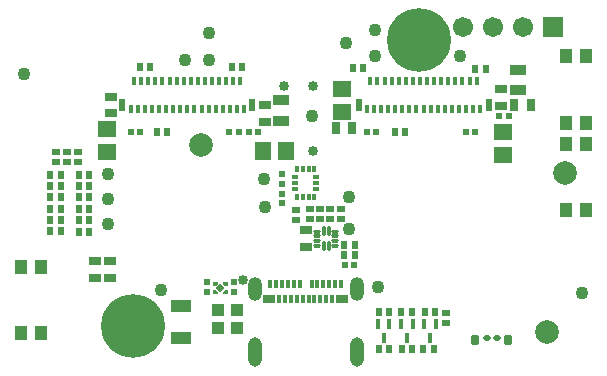
<source format=gts>
G04*
G04 #@! TF.GenerationSoftware,Altium Limited,Altium Designer,22.11.1 (43)*
G04*
G04 Layer_Color=8388736*
%FSLAX44Y44*%
%MOMM*%
G71*
G04*
G04 #@! TF.SameCoordinates,EA2F1550-8411-4DB4-965C-DA60C2665ED4*
G04*
G04*
G04 #@! TF.FilePolarity,Negative*
G04*
G01*
G75*
%ADD22R,0.1500X0.1500*%
%ADD24R,0.1500X0.1500*%
%ADD43R,1.1016X1.3016*%
%ADD44R,0.6516X0.5516*%
%ADD45R,0.5516X0.6516*%
G04:AMPARAMS|DCode=46|XSize=0.65mm|YSize=0.88mm|CornerRadius=0.1875mm|HoleSize=0mm|Usage=FLASHONLY|Rotation=180.000|XOffset=0mm|YOffset=0mm|HoleType=Round|Shape=RoundedRectangle|*
%AMROUNDEDRECTD46*
21,1,0.6500,0.5050,0,0,180.0*
21,1,0.2750,0.8800,0,0,180.0*
1,1,0.3750,-0.1375,0.2525*
1,1,0.3750,0.1375,0.2525*
1,1,0.3750,0.1375,-0.2525*
1,1,0.3750,-0.1375,-0.2525*
%
%ADD46ROUNDEDRECTD46*%
%ADD47R,0.4016X0.8116*%
%ADD48P,0.8202X4X270.0*%
%ADD49R,1.0016X0.8016*%
%ADD50C,0.8516*%
G04:AMPARAMS|DCode=51|XSize=0.65mm|YSize=0.44mm|CornerRadius=0.135mm|HoleSize=0mm|Usage=FLASHONLY|Rotation=180.000|XOffset=0mm|YOffset=0mm|HoleType=Round|Shape=RoundedRectangle|*
%AMROUNDEDRECTD51*
21,1,0.6500,0.1700,0,0,180.0*
21,1,0.3800,0.4400,0,0,180.0*
1,1,0.2700,-0.1900,0.0850*
1,1,0.2700,0.1900,0.0850*
1,1,0.2700,0.1900,-0.0850*
1,1,0.2700,-0.1900,-0.0850*
%
%ADD51ROUNDEDRECTD51*%
%ADD52R,0.5000X1.0500*%
%ADD53R,0.4000X0.7500*%
%ADD54R,0.3516X0.5766*%
%ADD55R,0.5766X0.3516*%
%ADD56R,1.4016X1.6016*%
%ADD57R,1.1000X0.8000*%
%ADD58R,0.4000X0.8000*%
%ADD59R,1.4016X0.9516*%
G04:AMPARAMS|DCode=60|XSize=0.3mm|YSize=0.8mm|CornerRadius=0.1mm|HoleSize=0mm|Usage=FLASHONLY|Rotation=180.000|XOffset=0mm|YOffset=0mm|HoleType=Round|Shape=RoundedRectangle|*
%AMROUNDEDRECTD60*
21,1,0.3000,0.6000,0,0,180.0*
21,1,0.1000,0.8000,0,0,180.0*
1,1,0.2000,-0.0500,0.3000*
1,1,0.2000,0.0500,0.3000*
1,1,0.2000,0.0500,-0.3000*
1,1,0.2000,-0.0500,-0.3000*
%
%ADD60ROUNDEDRECTD60*%
G04:AMPARAMS|DCode=61|XSize=0.3mm|YSize=0.6mm|CornerRadius=0.1mm|HoleSize=0mm|Usage=FLASHONLY|Rotation=270.000|XOffset=0mm|YOffset=0mm|HoleType=Round|Shape=RoundedRectangle|*
%AMROUNDEDRECTD61*
21,1,0.3000,0.4000,0,0,270.0*
21,1,0.1000,0.6000,0,0,270.0*
1,1,0.2000,-0.2000,-0.0500*
1,1,0.2000,-0.2000,0.0500*
1,1,0.2000,0.2000,0.0500*
1,1,0.2000,0.2000,-0.0500*
%
%ADD61ROUNDEDRECTD61*%
%ADD62R,1.8016X1.0516*%
%ADD63R,1.0016X1.1016*%
%ADD64C,1.1016*%
%ADD65C,2.0000*%
%ADD66R,0.6216X0.6216*%
%ADD67R,0.6216X0.6216*%
%ADD68R,1.6016X1.4016*%
%ADD69R,0.8016X1.0016*%
%ADD70C,5.4000*%
%ADD71C,1.7016*%
%ADD72R,1.7016X1.7016*%
%ADD73O,1.2000X2.0000*%
%ADD74O,1.2000X2.5000*%
G36*
X148649Y59598D02*
X148698Y59593D01*
X148770Y59571D01*
X148792Y59564D01*
X148879Y59518D01*
X148917Y59486D01*
X148955Y59455D01*
X148955Y59455D01*
X150755Y57655D01*
X150755Y57655D01*
X150818Y57579D01*
X150864Y57492D01*
X150871Y57470D01*
X150893Y57398D01*
X150902Y57300D01*
Y57000D01*
X150893Y56902D01*
X150864Y56808D01*
X150818Y56721D01*
X150755Y56645D01*
X150679Y56582D01*
X150592Y56536D01*
X150498Y56507D01*
X150400Y56498D01*
X146800D01*
X146702Y56507D01*
X146608Y56536D01*
X146521Y56582D01*
X146445Y56645D01*
X146382Y56721D01*
X146336Y56808D01*
X146307Y56902D01*
X146298Y57000D01*
Y59100D01*
X146307Y59198D01*
X146336Y59292D01*
X146382Y59379D01*
X146445Y59455D01*
X146521Y59518D01*
X146608Y59564D01*
X146702Y59593D01*
X146800Y59602D01*
X148600D01*
X148600Y59602D01*
X148649Y59598D01*
D02*
G37*
G36*
X150498Y66093D02*
X150592Y66064D01*
X150679Y66018D01*
X150755Y65955D01*
X150818Y65879D01*
X150864Y65792D01*
X150893Y65698D01*
X150902Y65600D01*
Y65300D01*
X150893Y65202D01*
X150871Y65130D01*
X150864Y65108D01*
X150818Y65021D01*
X150755Y64945D01*
X150755Y64945D01*
X148955Y63145D01*
X148955Y63145D01*
X148917Y63113D01*
X148879Y63082D01*
X148792Y63036D01*
X148770Y63029D01*
X148698Y63007D01*
X148649Y63002D01*
X148600Y62998D01*
X148600Y62998D01*
X146800D01*
X146702Y63007D01*
X146608Y63036D01*
X146521Y63082D01*
X146445Y63145D01*
X146382Y63221D01*
X146336Y63308D01*
X146307Y63402D01*
X146298Y63500D01*
Y65600D01*
X146307Y65698D01*
X146336Y65792D01*
X146382Y65879D01*
X146445Y65955D01*
X146521Y66018D01*
X146608Y66064D01*
X146702Y66093D01*
X146800Y66102D01*
X150400D01*
X150498Y66093D01*
D02*
G37*
G36*
X157200Y59602D02*
X159000D01*
X159098Y59593D01*
X159192Y59564D01*
X159279Y59518D01*
X159355Y59455D01*
X159418Y59379D01*
X159464Y59292D01*
X159493Y59198D01*
X159502Y59100D01*
Y57000D01*
X159493Y56902D01*
X159464Y56808D01*
X159418Y56721D01*
X159355Y56645D01*
X159279Y56582D01*
X159192Y56536D01*
X159098Y56507D01*
X159000Y56498D01*
X155400D01*
X155302Y56507D01*
X155208Y56536D01*
X155121Y56582D01*
X155045Y56645D01*
X154982Y56721D01*
X154936Y56808D01*
X154907Y56902D01*
X154898Y57000D01*
Y57300D01*
X154898Y57300D01*
X154906Y57389D01*
X154907Y57398D01*
X154936Y57492D01*
X154982Y57579D01*
X155017Y57621D01*
X155045Y57655D01*
X155045Y57655D01*
X156845Y59455D01*
X156921Y59518D01*
X157008Y59564D01*
X157030Y59571D01*
X157102Y59593D01*
X157151Y59598D01*
X157200Y59602D01*
X157200Y59602D01*
D02*
G37*
G36*
X159098Y66093D02*
X159192Y66064D01*
X159279Y66018D01*
X159355Y65955D01*
X159418Y65879D01*
X159464Y65792D01*
X159493Y65698D01*
X159502Y65600D01*
Y63500D01*
X159493Y63402D01*
X159464Y63308D01*
X159418Y63221D01*
X159355Y63145D01*
X159279Y63082D01*
X159192Y63036D01*
X159098Y63007D01*
X159000Y62998D01*
X157200D01*
X157200Y62998D01*
X157151Y63002D01*
X157102Y63007D01*
X157030Y63029D01*
X157008Y63036D01*
X156921Y63082D01*
X156845Y63145D01*
X155045Y64945D01*
X155045Y64945D01*
X155017Y64979D01*
X154982Y65021D01*
X154936Y65108D01*
X154907Y65202D01*
X154906Y65211D01*
X154898Y65300D01*
X154898Y65300D01*
Y65600D01*
X154907Y65698D01*
X154936Y65792D01*
X154982Y65879D01*
X155045Y65955D01*
X155121Y66018D01*
X155208Y66064D01*
X155302Y66093D01*
X155400Y66102D01*
X159000D01*
X159098Y66093D01*
D02*
G37*
D22*
X158000Y64600D02*
D03*
Y58000D02*
D03*
X147800Y64600D02*
D03*
D24*
Y58000D02*
D03*
D43*
X-16000Y79000D02*
D03*
X1000D02*
D03*
X-16000Y23000D02*
D03*
X1000D02*
D03*
X462500Y201250D02*
D03*
X445500D02*
D03*
X462500Y257250D02*
D03*
X445500D02*
D03*
X462500Y127000D02*
D03*
X445500D02*
D03*
X462500Y183000D02*
D03*
X445500D02*
D03*
D44*
X13500Y176500D02*
D03*
Y167500D02*
D03*
X23000Y176500D02*
D03*
Y167500D02*
D03*
X32500Y176500D02*
D03*
Y167500D02*
D03*
X343867Y31336D02*
D03*
Y40336D02*
D03*
X217000Y127500D02*
D03*
Y118500D02*
D03*
X255000Y128500D02*
D03*
Y119500D02*
D03*
X228500Y128500D02*
D03*
Y119500D02*
D03*
X246000Y128500D02*
D03*
Y119500D02*
D03*
X237000Y128500D02*
D03*
Y119500D02*
D03*
D45*
X305867Y40586D02*
D03*
X314867D02*
D03*
X325867D02*
D03*
X334867D02*
D03*
X286750Y40750D02*
D03*
X295750D02*
D03*
X18000Y138000D02*
D03*
X33000D02*
D03*
X18000Y147500D02*
D03*
X33000Y147500D02*
D03*
X18000Y128500D02*
D03*
X33000D02*
D03*
X257500Y98000D02*
D03*
X266500D02*
D03*
X257500Y89500D02*
D03*
X266500D02*
D03*
X162500Y248500D02*
D03*
X171500D02*
D03*
X84500Y248000D02*
D03*
X93500D02*
D03*
X108000Y193000D02*
D03*
X99000D02*
D03*
X368500Y246500D02*
D03*
X377500D02*
D03*
X265000Y247500D02*
D03*
X274000D02*
D03*
X309281Y193500D02*
D03*
X300281D02*
D03*
X42000Y109000D02*
D03*
X33000D02*
D03*
X42000Y119000D02*
D03*
X33000D02*
D03*
X42000Y128500D02*
D03*
Y138000D02*
D03*
Y147500D02*
D03*
Y157000D02*
D03*
X33000D02*
D03*
X18000Y109500D02*
D03*
X9000D02*
D03*
X18000Y119000D02*
D03*
X9000D02*
D03*
Y128500D02*
D03*
Y138000D02*
D03*
Y147500D02*
D03*
X18000Y157000D02*
D03*
X9000D02*
D03*
X315250Y9540D02*
D03*
X306250D02*
D03*
X333750D02*
D03*
X324750D02*
D03*
X295750D02*
D03*
X286750D02*
D03*
D46*
X368250Y16800D02*
D03*
X396750D02*
D03*
D47*
X315500Y31100D02*
D03*
X335000D02*
D03*
X296000D02*
D03*
X305500D02*
D03*
X310500Y18900D02*
D03*
X330000D02*
D03*
X325000Y31100D02*
D03*
X291000Y18900D02*
D03*
X286000Y31100D02*
D03*
D48*
X152900Y61300D02*
D03*
D49*
X225500Y96000D02*
D03*
Y110000D02*
D03*
X190500Y216000D02*
D03*
Y202000D02*
D03*
X60000Y209000D02*
D03*
Y223000D02*
D03*
X59000Y84000D02*
D03*
Y70000D02*
D03*
X47000Y84000D02*
D03*
Y70000D02*
D03*
X390500Y215500D02*
D03*
Y229500D02*
D03*
D50*
X231500Y177000D02*
D03*
X207000Y232000D02*
D03*
X231500D02*
D03*
X172000Y68000D02*
D03*
D51*
X386750Y19000D02*
D03*
X378250D02*
D03*
D52*
X69878Y215842D02*
D03*
X179878D02*
D03*
X379878D02*
D03*
X269878D02*
D03*
D53*
X169803Y236842D02*
D03*
X163803D02*
D03*
X157803D02*
D03*
X151803D02*
D03*
X145803D02*
D03*
X139803D02*
D03*
X133803D02*
D03*
X127803D02*
D03*
X121803D02*
D03*
X115803D02*
D03*
X109803D02*
D03*
X103803D02*
D03*
X97803D02*
D03*
X91803D02*
D03*
X85803D02*
D03*
X172878Y212342D02*
D03*
X166878D02*
D03*
X160878D02*
D03*
X154878D02*
D03*
X148878D02*
D03*
X142878D02*
D03*
X136878D02*
D03*
X130878D02*
D03*
X124878D02*
D03*
X118878D02*
D03*
X112878D02*
D03*
X106878D02*
D03*
X100878D02*
D03*
X94878D02*
D03*
X88878D02*
D03*
X82878D02*
D03*
X79803Y236842D02*
D03*
X76878Y212342D02*
D03*
X276878D02*
D03*
X279803Y236842D02*
D03*
X282878Y212342D02*
D03*
X288878D02*
D03*
X294878D02*
D03*
X300878D02*
D03*
X306878D02*
D03*
X312878D02*
D03*
X318878D02*
D03*
X324878D02*
D03*
X330878D02*
D03*
X336878D02*
D03*
X342878D02*
D03*
X348878D02*
D03*
X354878D02*
D03*
X360878D02*
D03*
X366878D02*
D03*
X372878D02*
D03*
X285803Y236842D02*
D03*
X291803D02*
D03*
X297803D02*
D03*
X303803D02*
D03*
X309803D02*
D03*
X315803D02*
D03*
X321803D02*
D03*
X327803D02*
D03*
X333803D02*
D03*
X339803D02*
D03*
X345803D02*
D03*
X351803D02*
D03*
X357803D02*
D03*
X363803D02*
D03*
X369803D02*
D03*
D54*
X227500Y161625D02*
D03*
X222500D02*
D03*
X217500D02*
D03*
X232500D02*
D03*
X227500Y138375D02*
D03*
X222500D02*
D03*
X217500D02*
D03*
X232500D02*
D03*
D55*
X234125Y150000D02*
D03*
Y155000D02*
D03*
Y145000D02*
D03*
X215875Y150000D02*
D03*
Y155000D02*
D03*
Y145000D02*
D03*
D56*
X189000Y177500D02*
D03*
X208000D02*
D03*
D57*
X194000Y51500D02*
D03*
X256000D02*
D03*
D58*
X202500D02*
D03*
X207500D02*
D03*
X212500D02*
D03*
X217500D02*
D03*
X222500D02*
D03*
X227500D02*
D03*
X232500D02*
D03*
X237500D02*
D03*
X255000Y64500D02*
D03*
X250000D02*
D03*
X245000D02*
D03*
X240000D02*
D03*
X235000D02*
D03*
X230000D02*
D03*
X220000D02*
D03*
X215000D02*
D03*
X210000D02*
D03*
X205000D02*
D03*
X200000D02*
D03*
X195000D02*
D03*
X242500Y51500D02*
D03*
X247500D02*
D03*
D59*
X204000Y220000D02*
D03*
Y203000D02*
D03*
X404500Y228500D02*
D03*
Y245500D02*
D03*
D60*
X240500Y96501D02*
D03*
X244500D02*
D03*
Y109501D02*
D03*
X240500D02*
D03*
D61*
X249999Y97001D02*
D03*
Y101001D02*
D03*
Y105001D02*
D03*
Y109001D02*
D03*
X234999D02*
D03*
Y105001D02*
D03*
Y101001D02*
D03*
Y97001D02*
D03*
D62*
X119500Y46000D02*
D03*
Y19000D02*
D03*
D63*
X166500Y27500D02*
D03*
X150500D02*
D03*
Y43000D02*
D03*
X166500D02*
D03*
D64*
X190500Y129500D02*
D03*
X123000Y254000D02*
D03*
X143500Y254000D02*
D03*
X190000Y153500D02*
D03*
X57500Y115500D02*
D03*
Y136500D02*
D03*
Y157500D02*
D03*
X284000Y279500D02*
D03*
X230000Y207000D02*
D03*
X259000Y269000D02*
D03*
X262000Y111500D02*
D03*
Y138500D02*
D03*
X102500Y59500D02*
D03*
X286000Y62000D02*
D03*
X143500Y277500D02*
D03*
X355500Y258000D02*
D03*
X284000D02*
D03*
X-13042Y242227D02*
D03*
X458958Y57227D02*
D03*
D65*
X444250Y158750D02*
D03*
X429000Y24000D02*
D03*
X136231Y181902D02*
D03*
D66*
X205300Y132900D02*
D03*
Y140900D02*
D03*
Y157500D02*
D03*
Y149500D02*
D03*
X141500Y58000D02*
D03*
Y66000D02*
D03*
X164500D02*
D03*
Y58000D02*
D03*
D67*
X266000Y81000D02*
D03*
X258000D02*
D03*
X177000Y193000D02*
D03*
X185000D02*
D03*
X85000Y193000D02*
D03*
X77000D02*
D03*
X168500Y193000D02*
D03*
X160500D02*
D03*
X397000Y206500D02*
D03*
X389000D02*
D03*
X284900Y193500D02*
D03*
X276900D02*
D03*
X368500D02*
D03*
X360500D02*
D03*
D68*
X57000Y195500D02*
D03*
Y176500D02*
D03*
X255500Y210500D02*
D03*
Y229500D02*
D03*
X392500Y193000D02*
D03*
Y174000D02*
D03*
D69*
X401500Y216500D02*
D03*
X415500D02*
D03*
X264500Y196500D02*
D03*
X250500D02*
D03*
D70*
X79000Y29000D02*
D03*
X321000Y271000D02*
D03*
D71*
X408700Y282000D02*
D03*
X383300D02*
D03*
X357900D02*
D03*
D72*
X434100D02*
D03*
D73*
X268200Y60400D02*
D03*
X181800D02*
D03*
D74*
X268200Y6800D02*
D03*
X181800D02*
D03*
M02*

</source>
